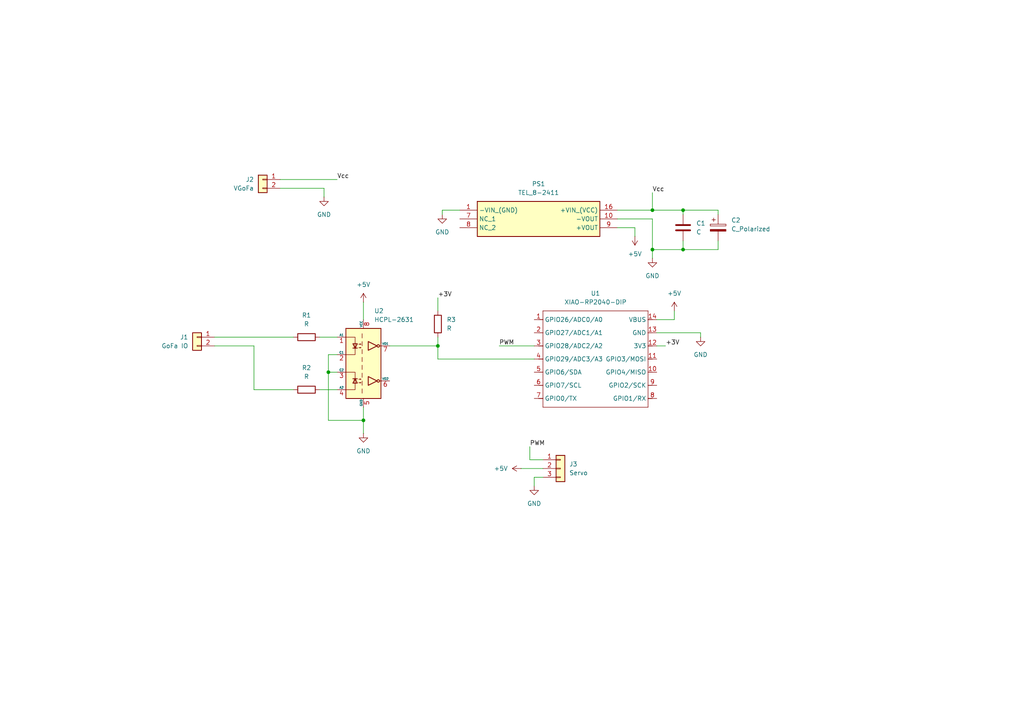
<source format=kicad_sch>
(kicad_sch (version 20250114) (generator "eeschema") (generator_version "9.0")
  (paper "A4")
  (title_block (title "GoFa_gripper_xiao2040") (date "2026-02-19") (rev "v0") (company "UC3M - by EDW"))
  (lib_symbols
    (symbol "Connector_Generic:Conn_01x02" (pin_names (offset 1.016) (hide yes))
      (property "Reference" "J" (at 0 2.54 0))
      (property "Value" "Conn_01x02" (at 0 -5.08 0))
      (symbol "Conn_01x02_1_1"
        (rectangle (start -1.27 1.27) (end 1.27 -3.81) (stroke (width 0.254)) (fill (type background)))
        (rectangle (start -1.27 0.127) (end 0 -0.127) (stroke (width 0.1524)))
        (rectangle (start -1.27 -2.413) (end 0 -2.667) (stroke (width 0.1524)))
        (pin passive line (at -5.08 0 0) (length 3.81) (name "Pin_1") (number "1"))
        (pin passive line (at -5.08 -2.54 0) (length 3.81) (name "Pin_2") (number "2"))
      )
    )
    (symbol "Connector_Generic:Conn_01x03" (pin_names (offset 1.016) (hide yes))
      (property "Reference" "J" (at 0 5.08 0))
      (property "Value" "Conn_01x03" (at 0 -5.08 0))
      (symbol "Conn_01x03_1_1"
        (rectangle (start -1.27 3.81) (end 1.27 -3.81) (stroke (width 0.254)) (fill (type background)))
        (rectangle (start -1.27 2.667) (end 0 2.413) (stroke (width 0.1524)))
        (rectangle (start -1.27 0.127) (end 0 -0.127) (stroke (width 0.1524)))
        (rectangle (start -1.27 -2.413) (end 0 -2.667) (stroke (width 0.1524)))
        (pin passive line (at -5.08 2.54 0) (length 3.81) (name "Pin_1") (number "1"))
        (pin passive line (at -5.08 0 0) (length 3.81) (name "Pin_2") (number "2"))
        (pin passive line (at -5.08 -2.54 0) (length 3.81) (name "Pin_3") (number "3"))
      )
    )
    (symbol "Device:C" (pin_numbers (hide yes)) (pin_names (offset 0.254))
      (property "Reference" "C" (at 0.635 2.54 0))
      (property "Value" "C" (at 0.635 -2.54 0))
      (symbol "C_0_1"
        (polyline (pts (xy -2.032 0.762) (xy 2.032 0.762)) (stroke (width 0.508)))
        (polyline (pts (xy -2.032 -0.762) (xy 2.032 -0.762)) (stroke (width 0.508)))
      )
      (symbol "C_1_1"
        (pin passive line (at 0 3.81 270) (length 2.794) (name "~") (number "1"))
        (pin passive line (at 0 -3.81 90) (length 2.794) (name "~") (number "2"))
      )
    )
    (symbol "Device:C_Polarized" (pin_numbers (hide yes)) (pin_names (offset 0.254))
      (property "Reference" "C" (at 0.635 2.54 0))
      (property "Value" "C_Polarized" (at 0.635 -2.54 0))
      (symbol "C_Polarized_0_1"
        (rectangle (start -2.286 0.508) (end 2.286 1.016))
        (polyline (pts (xy -1.778 2.286) (xy -0.762 2.286)))
        (polyline (pts (xy -1.27 2.794) (xy -1.27 1.778)))
        (rectangle (start 2.286 -0.508) (end -2.286 -1.016) (fill (type outline)))
      )
      (symbol "C_Polarized_1_1"
        (pin passive line (at 0 3.81 270) (length 2.794) (name "~") (number "1"))
        (pin passive line (at 0 -3.81 90) (length 2.794) (name "~") (number "2"))
      )
    )
    (symbol "Device:R" (pin_numbers (hide yes)) (pin_names (offset 0))
      (property "Reference" "R" (at 2.032 0 90))
      (property "Value" "R" (at 0 0 90))
      (symbol "R_0_1"
        (rectangle (start -1.016 -2.54) (end 1.016 2.54) (stroke (width 0.254)))
      )
      (symbol "R_1_1"
        (pin passive line (at 0 3.81 270) (length 1.27) (name "~") (number "1"))
        (pin passive line (at 0 -3.81 90) (length 1.27) (name "~") (number "2"))
      )
    )
    (symbol "Isolator:HCPL-2631" (pin_names (offset 0))
      (property "Reference" "U" (at -4.064 11.43 0))
      (property "Value" "HCPL-2631" (at 7.62 11.43 0))
      (symbol "HCPL-2631_1_1"
        (rectangle (start -5.08 10.16) (end 5.08 -10.16) (stroke (width 0.254)) (fill (type background)))
        (polyline (pts (xy -4.953 7.62) (xy -2.413 7.62) (xy -2.413 4.318)))
        (polyline (pts (xy -4.953 -7.62) (xy -2.413 -7.62) (xy -2.413 -5.715)))
        (polyline (pts (xy -3.048 4.445) (xy -1.778 4.445)) (stroke (width 0.254)))
        (polyline (pts (xy -3.048 -4.445) (xy -1.778 -4.445)) (stroke (width 0.254)))
        (polyline (pts (xy -2.413 4.445) (xy -2.413 2.54) (xy -4.953 2.54)))
        (polyline (pts (xy -2.413 4.445) (xy -3.048 5.715) (xy -1.778 5.715) (xy -2.413 4.445)) (stroke (width 0.254)))
        (polyline (pts (xy -2.413 -4.445) (xy -3.048 -5.715) (xy -1.778 -5.715) (xy -2.413 -4.445)) (stroke (width 0.254)))
        (polyline (pts (xy -2.413 -5.842) (xy -2.413 -2.54) (xy -4.953 -2.54)))
        (polyline (pts (xy -1.397 5.588) (xy -0.635 5.588) (xy -1.016 5.461) (xy -1.016 5.715) (xy -0.635 5.588)) (stroke (width 0.127)))
        (polyline (pts (xy -1.397 4.572) (xy -0.635 4.572) (xy -1.016 4.445) (xy -1.016 4.699) (xy -0.635 4.572)) (stroke (width 0.127)))
        (polyline (pts (xy -1.397 -4.572) (xy -0.635 -4.572) (xy -1.016 -4.699) (xy -1.016 -4.445) (xy -0.635 -4.572)) (stroke (width 0.127)))
        (polyline (pts (xy -1.397 -5.588) (xy -0.635 -5.588) (xy -1.016 -5.715) (xy -1.016 -5.461) (xy -0.635 -5.588)) (stroke (width 0.127)))
        (polyline (pts (xy -0.381 8.636) (xy -0.381 7.366)))
        (polyline (pts (xy -0.381 6.35) (xy -0.381 5.08)))
        (polyline (pts (xy -0.381 4.064) (xy -0.381 2.794)))
        (polyline (pts (xy -0.381 1.778) (xy -0.381 0.508)))
        (polyline (pts (xy -0.381 -0.508) (xy -0.381 -1.778)))
        (polyline (pts (xy -0.381 -2.794) (xy -0.381 -4.064)))
        (polyline (pts (xy -0.381 -5.08) (xy -0.381 -6.35)))
        (polyline (pts (xy -0.381 -7.366) (xy -0.381 -8.636)))
        (polyline (pts (xy 3.937 5.08) (xy 1.397 6.35) (xy 1.397 3.81) (xy 3.937 5.08)) (stroke (width 0.254)))
        (polyline (pts (xy 3.937 -5.08) (xy 1.397 -3.81) (xy 1.397 -6.35) (xy 3.937 -5.08)) (stroke (width 0.254)))
        (circle (center 4.318 5.08) (radius 0.3556) (stroke (width 0.254)))
        (circle (center 4.318 -5.08) (radius 0.3556) (stroke (width 0.254)))
        (polyline (pts (xy 4.699 5.08) (xy 5.08 5.08)))
        (polyline (pts (xy 4.699 -5.08) (xy 5.207 -5.08)))
        (pin passive line (at -7.62 7.62 0) (length 2.54) (name "A1") (number "1"))
        (pin passive line (at -7.62 2.54 0) (length 2.54) (name "C1") (number "2"))
        (pin passive line (at -7.62 -2.54 0) (length 2.54) (name "C2") (number "3"))
        (pin passive line (at -7.62 -7.62 0) (length 2.54) (name "A2") (number "4"))
        (pin power_in line (at 0 12.7 270) (length 2.54) (name "VCC") (number "8"))
        (pin power_in line (at 0 -12.7 90) (length 2.54) (name "GND") (number "5"))
        (pin open_collector line (at 7.62 5.08 180) (length 2.54) (name "VO1") (number "7"))
        (pin open_collector line (at 7.62 -5.08 180) (length 2.54) (name "VO2") (number "6"))
      )
    )
    (symbol "Seeed_Studio_XIAO_Series:XIAO-RP2040-DIP"
      (property "Reference" "U" (at 0 0 0))
      (property "Value" "XIAO-RP2040-DIP" (at 5.334 -1.778 0))
      (symbol "XIAO-RP2040-DIP_1_0"
        (polyline (pts (xy -1.27 -2.54) (xy 29.21 -2.54)) (stroke (width 0.1524)))
        (polyline (pts (xy -1.27 -5.08) (xy -2.54 -5.08)) (stroke (width 0.1524)))
        (polyline (pts (xy -1.27 -5.08) (xy -1.27 -2.54)) (stroke (width 0.1524)))
        (polyline (pts (xy -1.27 -8.89) (xy -2.54 -8.89)) (stroke (width 0.1524)))
        (polyline (pts (xy -1.27 -8.89) (xy -1.27 -5.08)) (stroke (width 0.1524)))
        (polyline (pts (xy -1.27 -12.7) (xy -2.54 -12.7)) (stroke (width 0.1524)))
        (polyline (pts (xy -1.27 -12.7) (xy -1.27 -8.89)) (stroke (width 0.1524)))
        (polyline (pts (xy -1.27 -16.51) (xy -2.54 -16.51)) (stroke (width 0.1524)))
        (polyline (pts (xy -1.27 -16.51) (xy -1.27 -12.7)) (stroke (width 0.1524)))
        (polyline (pts (xy -1.27 -20.32) (xy -2.54 -20.32)) (stroke (width 0.1524)))
        (polyline (pts (xy -1.27 -24.13) (xy -2.54 -24.13)) (stroke (width 0.1524)))
        (polyline (pts (xy -1.27 -27.94) (xy -2.54 -27.94)) (stroke (width 0.1524)))
        (polyline (pts (xy -1.27 -30.48) (xy -1.27 -16.51)) (stroke (width 0.1524)))
        (polyline (pts (xy 29.21 -2.54) (xy 29.21 -5.08)) (stroke (width 0.1524)))
        (polyline (pts (xy 29.21 -5.08) (xy 29.21 -8.89)) (stroke (width 0.1524)))
        (polyline (pts (xy 29.21 -8.89) (xy 29.21 -12.7)) (stroke (width 0.1524)))
        (polyline (pts (xy 29.21 -12.7) (xy 29.21 -30.48)) (stroke (width 0.1524)))
        (polyline (pts (xy 29.21 -30.48) (xy -1.27 -30.48)) (stroke (width 0.1524)))
        (polyline (pts (xy 30.48 -5.08) (xy 29.21 -5.08)) (stroke (width 0.1524)))
        (polyline (pts (xy 30.48 -8.89) (xy 29.21 -8.89)) (stroke (width 0.1524)))
        (polyline (pts (xy 30.48 -12.7) (xy 29.21 -12.7)) (stroke (width 0.1524)))
        (polyline (pts (xy 30.48 -16.51) (xy 29.21 -16.51)) (stroke (width 0.1524)))
        (polyline (pts (xy 30.48 -20.32) (xy 29.21 -20.32)) (stroke (width 0.1524)))
        (polyline (pts (xy 30.48 -24.13) (xy 29.21 -24.13)) (stroke (width 0.1524)))
        (polyline (pts (xy 30.48 -27.94) (xy 29.21 -27.94)) (stroke (width 0.1524)))
        (pin passive line (at -3.81 -5.08 0) (length 2.54) (name "GPIO26/ADC0/A0") (number "1"))
        (pin passive line (at -3.81 -8.89 0) (length 2.54) (name "GPIO27/ADC1/A1") (number "2"))
        (pin passive line (at -3.81 -12.7 0) (length 2.54) (name "GPIO28/ADC2/A2") (number "3"))
        (pin passive line (at -3.81 -16.51 0) (length 2.54) (name "GPIO29/ADC3/A3") (number "4"))
        (pin passive line (at -3.81 -20.32 0) (length 2.54) (name "GPIO6/SDA") (number "5"))
        (pin passive line (at -3.81 -24.13 0) (length 2.54) (name "GPIO7/SCL") (number "6"))
        (pin passive line (at -3.81 -27.94 0) (length 2.54) (name "GPIO0/TX") (number "7"))
        (pin passive line (at 31.75 -5.08 180) (length 2.54) (name "VBUS") (number "14"))
        (pin passive line (at 31.75 -8.89 180) (length 2.54) (name "GND") (number "13"))
        (pin passive line (at 31.75 -12.7 180) (length 2.54) (name "3V3") (number "12"))
        (pin passive line (at 31.75 -16.51 180) (length 2.54) (name "GPIO3/MOSI") (number "11"))
        (pin passive line (at 31.75 -20.32 180) (length 2.54) (name "GPIO4/MISO") (number "10"))
        (pin passive line (at 31.75 -24.13 180) (length 2.54) (name "GPIO2/SCK") (number "9"))
        (pin passive line (at 31.75 -27.94 180) (length 2.54) (name "GPIO1/RX") (number "8"))
      )
    )
    (symbol "TEL_8-2411:TEL_8-2411"
      (property "Reference" "PS" (at 41.91 7.62 0))
      (property "Value" "TEL_8-2411" (at 41.91 5.08 0))
      (symbol "TEL_8-2411_1_1"
        (rectangle (start 5.08 2.54) (end 40.64 -7.62) (stroke (width 0.254)) (fill (type background)))
        (pin passive line (at 0 0 0) (length 5.08) (name "-VIN_(GND)") (number "1"))
        (pin passive line (at 0 -2.54 0) (length 5.08) (name "NC_1") (number "7"))
        (pin passive line (at 0 -5.08 0) (length 5.08) (name "NC_2") (number "8"))
        (pin passive line (at 45.72 0 180) (length 5.08) (name "+VIN_(VCC)") (number "16"))
        (pin passive line (at 45.72 -2.54 180) (length 5.08) (name "-VOUT") (number "10"))
        (pin passive line (at 45.72 -5.08 180) (length 5.08) (name "+VOUT") (number "9"))
      )
    )
    (symbol "power:+5V" (power) (pin_numbers (hide yes)) (pin_names (offset 0) (hide yes))
      (property "Value" "+5V" (at 0 3.556 0))
      (symbol "+5V_0_1"
        (polyline (pts (xy -0.762 1.27) (xy 0 2.54)))
        (polyline (pts (xy 0 2.54) (xy 0.762 1.27)))
        (polyline (pts (xy 0 0) (xy 0 2.54)))
      )
      (symbol "+5V_1_1"
        (pin power_in line (at 0 0 90) (length 0) (name "~") (number "1"))
      )
    )
    (symbol "power:GND" (power) (pin_numbers (hide yes)) (pin_names (offset 0) (hide yes))
      (property "Value" "GND" (at 0 -3.81 0))
      (symbol "GND_0_1"
        (polyline (pts (xy 0 0) (xy 0 -1.27) (xy 1.27 -1.27) (xy 0 -2.54) (xy -1.27 -1.27) (xy 0 -1.27)))
      )
      (symbol "GND_1_1"
        (pin power_in line (at 0 0 270) (length 0) (name "~") (number "1"))
      )
    )
  )
  (junction (at 105.41 121.92))
  (junction (at 127 100.33))
  (junction (at 189.23 72.39))
  (junction (at 95.25 107.95))
  (junction (at 198.12 72.39))
  (junction (at 189.23 60.96))
  (junction (at 198.12 60.96))
  (wire (pts (xy 133.35 60.96) (xy 128.27 60.96)))
  (wire (pts (xy 95.25 102.87) (xy 95.25 107.95)))
  (wire (pts (xy 203.2 96.52) (xy 203.2 97.79)))
  (wire (pts (xy 73.66 113.03) (xy 85.09 113.03)))
  (wire (pts (xy 151.13 135.89) (xy 157.48 135.89)))
  (wire (pts (xy 198.12 60.96) (xy 189.23 60.96)))
  (wire (pts (xy 127 100.33) (xy 127 97.79)))
  (wire (pts (xy 92.71 97.79) (xy 97.79 97.79)))
  (wire (pts (xy 198.12 62.23) (xy 198.12 60.96)))
  (wire (pts (xy 184.15 66.04) (xy 184.15 68.58)))
  (wire (pts (xy 73.66 100.33) (xy 73.66 113.03)))
  (wire (pts (xy 128.27 60.96) (xy 128.27 62.23)))
  (wire (pts (xy 189.23 60.96) (xy 179.07 60.96)))
  (wire (pts (xy 208.28 72.39) (xy 198.12 72.39)))
  (wire (pts (xy 105.41 121.92) (xy 105.41 118.11)))
  (wire (pts (xy 208.28 60.96) (xy 198.12 60.96)))
  (wire (pts (xy 195.58 92.71) (xy 195.58 90.17)))
  (wire (pts (xy 81.28 52.07) (xy 97.79 52.07)))
  (wire (pts (xy 190.5 96.52) (xy 203.2 96.52)))
  (wire (pts (xy 154.94 140.97) (xy 154.94 138.43)))
  (wire (pts (xy 62.23 97.79) (xy 85.09 97.79)))
  (wire (pts (xy 179.07 63.5) (xy 189.23 63.5)))
  (wire (pts (xy 198.12 72.39) (xy 189.23 72.39)))
  (wire (pts (xy 189.23 72.39) (xy 189.23 74.93)))
  (wire (pts (xy 179.07 66.04) (xy 184.15 66.04)))
  (wire (pts (xy 198.12 69.85) (xy 198.12 72.39)))
  (wire (pts (xy 208.28 62.23) (xy 208.28 60.96)))
  (wire (pts (xy 144.78 100.33) (xy 154.94 100.33)))
  (wire (pts (xy 95.25 107.95) (xy 95.25 121.92)))
  (wire (pts (xy 153.67 129.54) (xy 153.67 133.35)))
  (wire (pts (xy 208.28 69.85) (xy 208.28 72.39)))
  (wire (pts (xy 113.03 100.33) (xy 127 100.33)))
  (wire (pts (xy 157.48 133.35) (xy 153.67 133.35)))
  (wire (pts (xy 62.23 100.33) (xy 73.66 100.33)))
  (wire (pts (xy 190.5 92.71) (xy 195.58 92.71)))
  (wire (pts (xy 95.25 107.95) (xy 97.79 107.95)))
  (wire (pts (xy 154.94 104.14) (xy 127 104.14)))
  (wire (pts (xy 97.79 102.87) (xy 95.25 102.87)))
  (wire (pts (xy 189.23 55.88) (xy 189.23 60.96)))
  (wire (pts (xy 127 104.14) (xy 127 100.33)))
  (wire (pts (xy 189.23 63.5) (xy 189.23 72.39)))
  (wire (pts (xy 95.25 121.92) (xy 105.41 121.92)))
  (wire (pts (xy 190.5 100.33) (xy 193.04 100.33)))
  (wire (pts (xy 105.41 121.92) (xy 105.41 125.73)))
  (wire (pts (xy 105.41 87.63) (xy 105.41 92.71)))
  (wire (pts (xy 92.71 113.03) (xy 97.79 113.03)))
  (wire (pts (xy 127 86.36) (xy 127 90.17)))
  (wire (pts (xy 154.94 138.43) (xy 157.48 138.43)))
  (wire (pts (xy 93.98 54.61) (xy 93.98 57.15)))
  (wire (pts (xy 81.28 54.61) (xy 93.98 54.61)))
  (label "Vcc" (at 97.79 52.07 0))
  (label "+3V" (at 127 86.36 0))
  (label "PWM" (at 144.78 100.33 0))
  (label "+3V" (at 193.04 100.33 0))
  (label "Vcc" (at 189.23 55.88 0))
  (label "PWM" (at 153.67 129.54 0))
  (symbol (lib_id "Device:R") (at 88.9 97.79 90) (unit 1)
    (property "Reference" "R1" (at 88.9 91.44 90))
    (property "Value" "R" (at 88.9 93.98 90))
    (property "Footprint" "Resistor_SMD:R_1210_3225Metric" (effects (hide yes)))
    (property "Description" "Resistor" (effects (hide yes)))
  )
  (symbol (lib_id "power:GND") (at 154.94 140.97 0) (unit 1)
    (property "Reference" "#PWR08" (effects (hide yes)))
    (property "Value" "GND" (at 154.94 146.05 0))
    (property "Description" "Power symbol creates a global label with name \"GND\" , ground" (effects (hide yes)))
  )
  (symbol (lib_id "power:+5V") (at 105.41 87.63 0) (unit 1)
    (property "Reference" "#PWR010" (effects (hide yes)))
    (property "Value" "+5V" (at 105.41 82.55 0))
    (property "Description" "Power symbol creates a global label with name \"+5V\"" (effects (hide yes)))
  )
  (symbol (lib_id "TEL_8-2411:TEL_8-2411") (at 133.35 60.96 0) (unit 1)
    (property "Reference" "PS1" (at 156.21 53.34 0))
    (property "Value" "TEL_8-2411" (at 156.21 55.88 0))
    (property "Footprint" "TEL82411" (effects (hide yes)))
    (property "Datasheet" "https://tracopower.com/tel8-datasheet/" (effects (hide yes)))
    (property "Description" "8 Watt DC/DC converter, industrial, 2:1 input, high power density, 6-side shielded, encapsulated, DIP-16" (effects (hide yes)))
    (property "Height" "9" (effects (hide yes)))
    (property "Manufacturer_Name" "Traco Power" (effects (hide yes)))
    (property "Manufacturer_Part_Number" "TEL 8-2411" (effects (hide yes)))
    (property "Mouser Part Number" "495-TEL8-2411" (effects (hide yes)))
    (property "Mouser Price/Stock" "https://www.mouser.co.uk/ProductDetail/TRACO-Power/TEL-8-2411?qs=NtE2QagKf6SGNBWFwJ0msw%3D%3D" (effects (hide yes)))
  )
  (symbol (lib_id "Device:R") (at 127 93.98 0) (unit 1)
    (property "Reference" "R3" (at 129.54 92.7099 0) (effects (justify left)))
    (property "Value" "R" (at 129.54 95.2499 0) (effects (justify left)))
    (property "Footprint" "Resistor_SMD:R_1210_3225Metric" (effects (hide yes)))
    (property "Description" "Resistor" (effects (hide yes)))
  )
  (symbol (lib_id "Isolator:HCPL-2631") (at 105.41 105.41 0) (unit 1)
    (property "Reference" "U2" (at 108.5281 90.17 0) (effects (justify left)))
    (property "Value" "HCPL-2631" (at 108.5281 92.71 0) (effects (justify left)))
    (property "Footprint" "Package_DIP:DIP-8_W7.62mm" (effects (hide yes)))
    (property "Datasheet" "https://docs.broadcom.com/docs/AV02-0940EN" (effects (hide yes)))
    (property "Description" "Dual High Speed LSTTL/TTL Compatible Optocoupler, dV/dt 10000/us, VCM 1000, max 7V VCC, DIP-8" (effects (hide yes)))
  )
  (symbol (lib_id "power:GND") (at 105.41 125.73 0) (unit 1)
    (property "Reference" "#PWR07" (effects (hide yes)))
    (property "Value" "GND" (at 105.41 130.81 0))
    (property "Description" "Power symbol creates a global label with name \"GND\" , ground" (effects (hide yes)))
  )
  (symbol (lib_id "power:GND") (at 189.23 74.93 0) (unit 1)
    (property "Reference" "#PWR03" (effects (hide yes)))
    (property "Value" "GND" (at 189.23 80.01 0))
    (property "Description" "Power symbol creates a global label with name \"GND\" , ground" (effects (hide yes)))
  )
  (symbol (lib_id "power:GND") (at 128.27 62.23 0) (unit 1)
    (property "Reference" "#PWR04" (effects (hide yes)))
    (property "Value" "GND" (at 128.27 67.31 0))
    (property "Description" "Power symbol creates a global label with name \"GND\" , ground" (effects (hide yes)))
  )
  (symbol (lib_id "Device:C") (at 198.12 66.04 0) (unit 1)
    (property "Reference" "C1" (at 201.93 64.7699 0) (effects (justify left)))
    (property "Value" "C" (at 201.93 67.3099 0) (effects (justify left)))
    (property "Footprint" "Capacitor_SMD:C_1210_3225Metric" (effects (hide yes)))
    (property "Description" "Unpolarized capacitor" (effects (hide yes)))
  )
  (symbol (lib_id "power:GND") (at 203.2 97.79 0) (unit 1)
    (property "Reference" "#PWR05" (effects (hide yes)))
    (property "Value" "GND" (at 203.2 102.87 0))
    (property "Description" "Power symbol creates a global label with name \"GND\" , ground" (effects (hide yes)))
  )
  (symbol (lib_id "Connector_Generic:Conn_01x02") (at 57.15 97.79 0) (mirror y) (unit 1)
    (property "Reference" "J1" (at 54.61 97.7899 0) (effects (justify left)))
    (property "Value" "GoFa IO" (at 54.61 100.3299 0) (effects (justify left)))
    (property "Footprint" "Connector_PinHeader_2.54mm:PinHeader_1x02_P2.54mm_Vertical" (effects (hide yes)))
    (property "Description" "Generic connector, single row, 01x02, script generated (kicad-library-utils/schlib/autogen/connector/)" (effects (hide yes)))
  )
  (symbol (lib_id "Device:R") (at 88.9 113.03 270) (unit 1)
    (property "Reference" "R2" (at 88.9 106.68 90))
    (property "Value" "R" (at 88.9 109.22 90))
    (property "Footprint" "Resistor_SMD:R_1210_3225Metric" (effects (hide yes)))
    (property "Description" "Resistor" (effects (hide yes)))
  )
  (symbol (lib_id "power:+5V") (at 195.58 90.17 0) (unit 1)
    (property "Reference" "#PWR01" (effects (hide yes)))
    (property "Value" "+5V" (at 195.58 85.09 0))
    (property "Description" "Power symbol creates a global label with name \"+5V\"" (effects (hide yes)))
  )
  (symbol (lib_id "Seeed_Studio_XIAO_Series:XIAO-RP2040-DIP") (at 158.75 87.63 0) (unit 1)
    (property "Reference" "U1" (at 172.72 85.09 0))
    (property "Value" "XIAO-RP2040-DIP" (at 172.72 87.63 0))
    (property "Footprint" "Seeed Studio XIAO Series Library:XIAO-RP2040-DIP" (effects (hide yes)))
  )
  (symbol (lib_id "Device:C_Polarized") (at 208.28 66.04 0) (unit 1)
    (property "Reference" "C2" (at 212.09 63.8809 0) (effects (justify left)))
    (property "Value" "C_Polarized" (at 212.09 66.4209 0) (effects (justify left)))
    (property "Footprint" "Capacitor_THT:CP_Radial_D4.0mm_P1.50mm" (effects (hide yes)))
    (property "Description" "Polarized capacitor" (effects (hide yes)))
  )
  (symbol (lib_id "power:GND") (at 93.98 57.15 0) (unit 1)
    (property "Reference" "#PWR06" (effects (hide yes)))
    (property "Value" "GND" (at 93.98 62.23 0))
    (property "Description" "Power symbol creates a global label with name \"GND\" , ground" (effects (hide yes)))
  )
  (symbol (lib_id "power:+5V") (at 151.13 135.89 90) (unit 1)
    (property "Reference" "#PWR09" (effects (hide yes)))
    (property "Value" "+5V" (at 147.32 135.8899 90) (effects (justify left)))
    (property "Description" "Power symbol creates a global label with name \"+5V\"" (effects (hide yes)))
  )
  (symbol (lib_id "power:+5V") (at 184.15 68.58 180) (unit 1)
    (property "Reference" "#PWR02" (effects (hide yes)))
    (property "Value" "+5V" (at 184.15 73.66 0))
    (property "Description" "Power symbol creates a global label with name \"+5V\"" (effects (hide yes)))
  )
  (symbol (lib_id "Connector_Generic:Conn_01x03") (at 162.56 135.89 0) (unit 1)
    (property "Reference" "J3" (at 165.1 134.6199 0) (effects (justify left)))
    (property "Value" "Servo" (at 165.1 137.1599 0) (effects (justify left)))
    (property "Footprint" "Connector_PinHeader_2.54mm:PinHeader_1x03_P2.54mm_Vertical" (effects (hide yes)))
    (property "Description" "Generic connector, single row, 01x03, script generated (kicad-library-utils/schlib/autogen/connector/)" (effects (hide yes)))
  )
  (symbol (lib_id "Connector_Generic:Conn_01x02") (at 76.2 52.07 0) (mirror y) (unit 1)
    (property "Reference" "J2" (at 73.66 52.0699 0) (effects (justify left)))
    (property "Value" "VGoFa" (at 73.66 54.6099 0) (effects (justify left)))
    (property "Footprint" "Connector_PinSocket_2.54mm:PinSocket_1x02_P2.54mm_Vertical" (effects (hide yes)))
    (property "Description" "Generic connector, single row, 01x02, script generated (kicad-library-utils/schlib/autogen/connector/)" (effects (hide yes)))
  )
)
</source>
